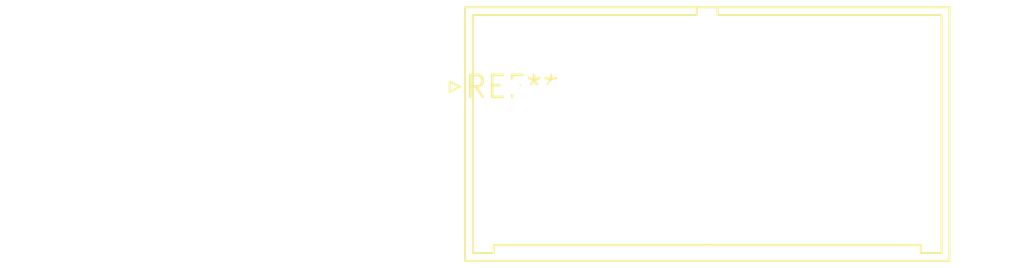
<source format=kicad_pcb>
(kicad_pcb (version 20240108) (generator pcbnew)
  (layers (0 "F.Cu" signal) (31 "B.Cu" signal) (34 "B.Paste" user) (35 "F.Paste" user) (36 "B.SilkS" user "B.Silkscreen") (37 "F.SilkS" user "F.Silkscreen") (38 "B.Mask" user) (39 "F.Mask" user) (44 "Edge.Cuts" user))
  (net 0 "")
  (footprint "JST_J2100_B20B-J21DK-GGXR_2x10_P2.50x4.00mm_Vertical" (layer "F.Cu") (at 0 0)
    (property "Reference" "REF**")
    (property "Value" "JST_J2100_B20B-J21DK-GGXR_2x10_P2.50x4.00mm_Vertical")
    (fp_line (start -3.6 -0.3) (end -3 0) (layer "F.SilkS") (stroke (width 0.12)))
    (fp_line (start -3.6 0.3) (end -3.6 -0.3) (layer "F.SilkS") (stroke (width 0.12)))
    (fp_line (start -3 0) (end -3.6 0.3) (layer "F.SilkS") (stroke (width 0.12)))
    (fp_line (start -2.71 -4.59) (end -2.71 10.03) (layer "F.SilkS") (stroke (width 0.12)))
    (fp_line (start -2.71 10.03) (end 25.21 10.03) (layer "F.SilkS") (stroke (width 0.12)))
    (fp_line (start -2.26 -4.14) (end -2.26 9.58) (layer "F.SilkS") (stroke (width 0.12)))
    (fp_line (start -2.26 9.58) (end -1.06 9.58) (layer "F.SilkS") (stroke (width 0.12)))
    (fp_line (start -1.06 9.13) (end 11.25 9.13) (layer "F.SilkS") (stroke (width 0.12)))
    (fp_line (start -1.06 9.58) (end -1.06 9.13) (layer "F.SilkS") (stroke (width 0.12)))
    (fp_line (start 10.65 -4.59) (end 10.65 -4.14) (layer "F.SilkS") (stroke (width 0.12)))
    (fp_line (start 10.65 -4.14) (end -2.26 -4.14) (layer "F.SilkS") (stroke (width 0.12)))
    (fp_line (start 11.85 -4.59) (end 11.85 -4.14) (layer "F.SilkS") (stroke (width 0.12)))
    (fp_line (start 11.85 -4.14) (end 24.76 -4.14) (layer "F.SilkS") (stroke (width 0.12)))
    (fp_line (start 23.56 9.13) (end 11.25 9.13) (layer "F.SilkS") (stroke (width 0.12)))
    (fp_line (start 23.56 9.58) (end 23.56 9.13) (layer "F.SilkS") (stroke (width 0.12)))
    (fp_line (start 24.76 -4.14) (end 24.76 9.58) (layer "F.SilkS") (stroke (width 0.12)))
    (fp_line (start 24.76 9.58) (end 23.56 9.58) (layer "F.SilkS") (stroke (width 0.12)))
    (fp_line (start 25.21 -4.59) (end -2.71 -4.59) (layer "F.SilkS") (stroke (width 0.12)))
    (fp_line (start 25.21 10.03) (end 25.21 -4.59) (layer "F.SilkS") (stroke (width 0.12)))
    (pad "" thru_hole circle (at 0 7.3) (size 3 3) (drill 2) (layers *.Cu *.Mask) (remove_unused_layers))
    (pad "" thru_hole circle (at 22.5 7.3) (size 3 3) (drill 2) (layers *.Cu *.Mask) (remove_unused_layers))
    (pad "1" thru_hole roundrect (at 0 0) (size 1.7 1.86) (drill 0.86) (layers *.Cu *.Mask) (remove_unused_layers) (roundrect_rratio 0.147059))
    (pad "2" thru_hole oval (at 2.5 0) (size 1.7 1.86) (drill 0.86) (layers *.Cu *.Mask) (remove_unused_layers))
    (pad "3" thru_hole oval (at 5 0) (size 1.7 1.86) (drill 0.86) (layers *.Cu *.Mask) (remove_unused_layers))
    (pad "4" thru_hole oval (at 7.5 0) (size 1.7 1.86) (drill 0.86) (layers *.Cu *.Mask) (remove_unused_layers))
    (pad "5" thru_hole oval (at 10 0) (size 1.7 1.86) (drill 0.86) (layers *.Cu *.Mask) (remove_unused_layers))
    (pad "6" thru_hole oval (at 12.5 0) (size 1.7 1.86) (drill 0.86) (layers *.Cu *.Mask) (remove_unused_layers))
    (pad "7" thru_hole oval (at 15 0) (size 1.7 1.86) (drill 0.86) (layers *.Cu *.Mask) (remove_unused_layers))
    (pad "8" thru_hole oval (at 17.5 0) (size 1.7 1.86) (drill 0.86) (layers *.Cu *.Mask) (remove_unused_layers))
    (pad "9" thru_hole oval (at 20 0) (size 1.7 1.86) (drill 0.86) (layers *.Cu *.Mask) (remove_unused_layers))
    (pad "10" thru_hole oval (at 22.5 0) (size 1.7 1.86) (drill 0.86) (layers *.Cu *.Mask) (remove_unused_layers))
    (pad "11" thru_hole oval (at 0 4) (size 1.7 1.86) (drill 0.86) (layers *.Cu *.Mask) (remove_unused_layers))
    (pad "12" thru_hole oval (at 2.5 4) (size 1.7 1.86) (drill 0.86) (layers *.Cu *.Mask) (remove_unused_layers))
    (pad "13" thru_hole oval (at 5 4) (size 1.7 1.86) (drill 0.86) (layers *.Cu *.Mask) (remove_unused_layers))
    (pad "14" thru_hole oval (at 7.5 4) (size 1.7 1.86) (drill 0.86) (layers *.Cu *.Mask) (remove_unused_layers))
    (pad "15" thru_hole oval (at 10 4) (size 1.7 1.86) (drill 0.86) (layers *.Cu *.Mask) (remove_unused_layers))
    (pad "16" thru_hole oval (at 12.5 4) (size 1.7 1.86) (drill 0.86) (layers *.Cu *.Mask) (remove_unused_layers))
    (pad "17" thru_hole oval (at 15 4) (size 1.7 1.86) (drill 0.86) (layers *.Cu *.Mask) (remove_unused_layers))
    (pad "18" thru_hole oval (at 17.5 4) (size 1.7 1.86) (drill 0.86) (layers *.Cu *.Mask) (remove_unused_layers))
    (pad "19" thru_hole oval (at 20 4) (size 1.7 1.86) (drill 0.86) (layers *.Cu *.Mask) (remove_unused_layers))
    (pad "20" thru_hole oval (at 22.5 4) (size 1.7 1.86) (drill 0.86) (layers *.Cu *.Mask) (remove_unused_layers))
  )
)
</source>
